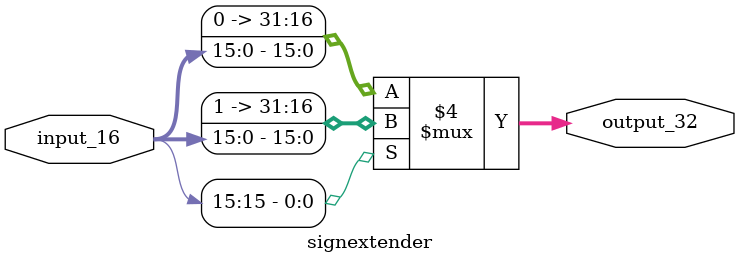
<source format=v>
`timescale 1ns / 1ps



module signextender(
    input [15:0] input_16,
    output reg [31:0] output_32
);

always @(*) begin
    if (input_16[15] == 1'b1) // if MSB of input is 1 (negative number)
        output_32 = {16'b11111111_11111111, input_16}; // sign extend by duplicating MSB
    else // if MSB of input is 0 (positive number)
        output_32 = {16'b00000000_00000000, input_16}; // sign extend with zeros
end

endmodule

</source>
